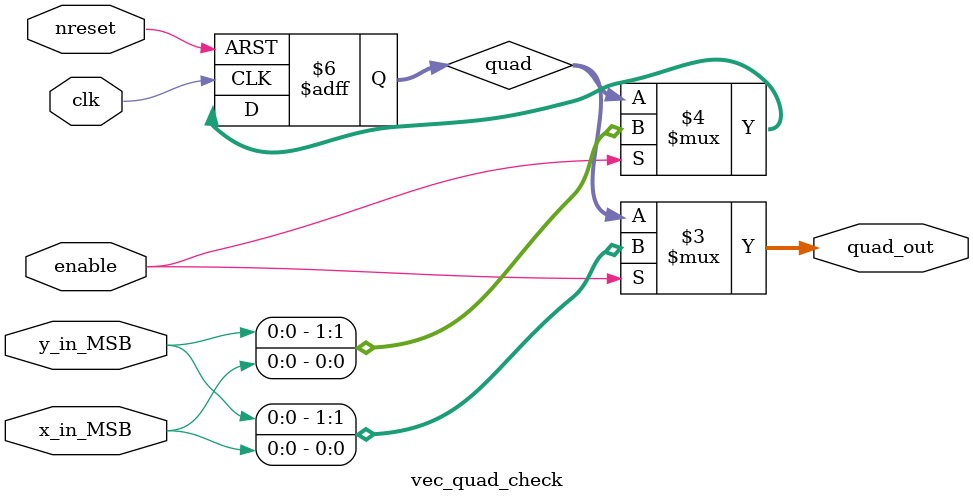
<source format=sv>
module vec_quad_check(
        input clk,
        input nreset,
        input enable,
        input x_in_MSB,
        input y_in_MSB,
        output [1:0] quad_out
    );
    
    reg [1:0] quad;    
    always @(posedge clk or negedge nreset) begin
        if (~nreset)
            quad <= 2'b00;
        else if (enable)
            quad <= {y_in_MSB,x_in_MSB};
    end
    
    assign quad_out = enable ? {y_in_MSB,x_in_MSB} : quad;
    
endmodule
</source>
